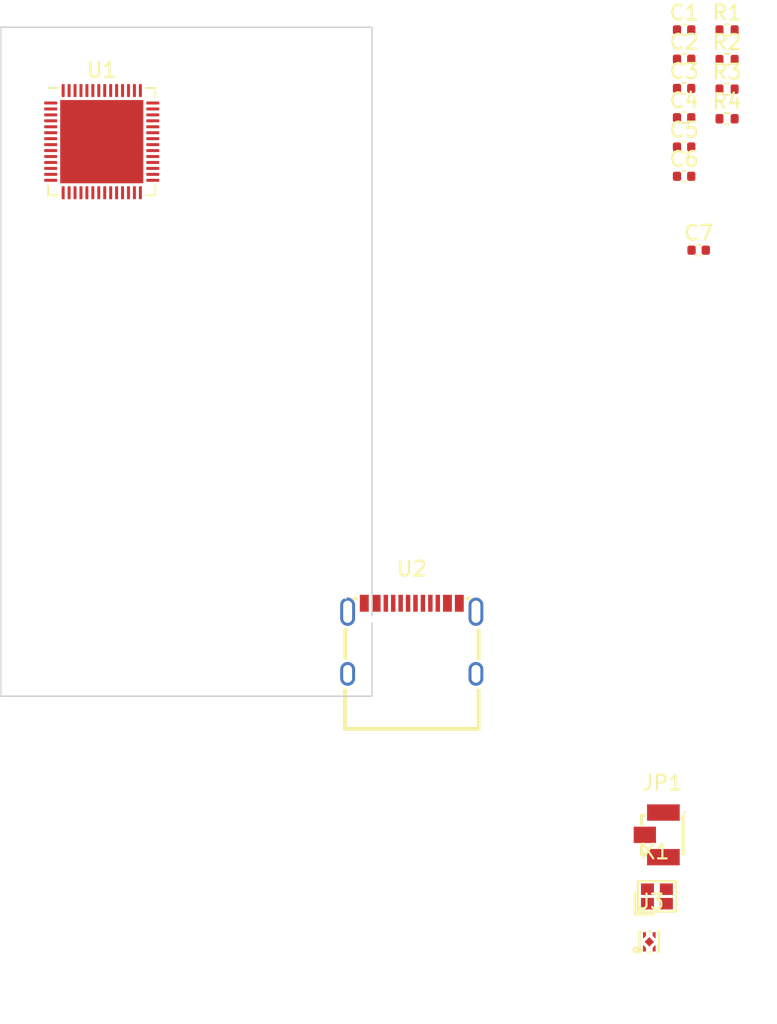
<source format=kicad_pcb>
(kicad_pcb (version 20240108) (generator "pcbnew") (generator_version "8.0")
  (layers (0 "F.Cu" signal) (31 "B.Cu" signal) (34 "B.Paste" user) (35 "F.Paste" user) (36 "B.SilkS" user "B.Silkscreen") (37 "F.SilkS" user "F.Silkscreen") (38 "B.Mask" user) (39 "F.Mask" user) (44 "Edge.Cuts" user))
  (net 0 "")
  (net 1 "GND")
  (net 2 "VDD3P3")
  (net 54 "Net-(U1-VDDA-Pad55)")
  (net 55 "Net-(C1-Pad2)")
  (net 56 "Net-(C2-Pad1)")
  (net 57 "Net-(C3-Pad1)")
  (net 58 "Net-(U1-GND)")
  (net 59 "Net-(U3-OUT)")
  (net 60 "Net-(U3-EN)")
  (net 61 "Net-(C7-Pad1)")
  (net 62 "+3.3V")
  (net 63 "Net-(U2-CC2)")
  (net 64 "Net-(U2-CC1)")
  (net 65 "Net-(JP1-SIN)")
  (footprint "Package_DFN_QFN:QFN-56-1EP_7x7mm_P0.4mm_EP5.6x5.6mm" (layer "F.Cu") (at 75.3025 48.2)
    (property "Reference" "U1" (at 0 -4.82 0) (layer "F.SilkS"))
    (property "Value" "ESP32-S3")
    (fp_line (start -3.61 3.61) (end -3.61 2.96) (stroke (width 0.12)) (layer "F.SilkS"))
    (fp_line (start -2.96 -3.61) (end -3.61 -3.61) (stroke (width 0.12)) (layer "F.SilkS"))
    (fp_line (start -2.96 3.61) (end -3.61 3.61) (stroke (width 0.12)) (layer "F.SilkS"))
    (fp_line (start 2.96 -3.61) (end 3.61 -3.61) (stroke (width 0.12)) (layer "F.SilkS"))
    (fp_line (start 2.96 3.61) (end 3.61 3.61) (stroke (width 0.12)) (layer "F.SilkS"))
    (fp_line (start 3.61 -3.61) (end 3.61 -2.96) (stroke (width 0.12)) (layer "F.SilkS"))
    (fp_line (start 3.61 3.61) (end 3.61 2.96) (stroke (width 0.12)) (layer "F.SilkS"))
    (pad "1" smd roundrect (at -3.4375 -2.6) (size 0.875 0.2) (layers "F.Cu" "F.Paste" "F.Mask") (net 65 "Net-(JP1-SIN)"))
    (pad "2" smd roundrect (at -3.4375 -2.2) (size 0.875 0.2) (layers "F.Cu" "F.Paste" "F.Mask") (net 2 "VDD3P3"))
    (pad "3" smd roundrect (at -3.4375 -1.8) (size 0.875 0.2) (layers "F.Cu" "F.Paste" "F.Mask") (net 2 "VDD3P3"))
    (pad "4" smd roundrect (at -3.4375 -1.4) (size 0.875 0.2) (layers "F.Cu" "F.Paste" "F.Mask"))
    (pad "5" smd roundrect (at -3.4375 -1) (size 0.875 0.2) (layers "F.Cu" "F.Paste" "F.Mask"))
    (pad "6" smd roundrect (at -3.4375 -0.6) (size 0.875 0.2) (layers "F.Cu" "F.Paste" "F.Mask"))
    (pad "7" smd roundrect (at -3.4375 -0.2) (size 0.875 0.2) (layers "F.Cu" "F.Paste" "F.Mask"))
    (pad "8" smd roundrect (at -3.4375 0.2) (size 0.875 0.2) (layers "F.Cu" "F.Paste" "F.Mask"))
    (pad "9" smd roundrect (at -3.4375 0.6) (size 0.875 0.2) (layers "F.Cu" "F.Paste" "F.Mask"))
    (pad "10" smd roundrect (at -3.4375 1) (size 0.875 0.2) (layers "F.Cu" "F.Paste" "F.Mask"))
    (pad "11" smd roundrect (at -3.4375 1.4) (size 0.875 0.2) (layers "F.Cu" "F.Paste" "F.Mask"))
    (pad "12" smd roundrect (at -3.4375 1.8) (size 0.875 0.2) (layers "F.Cu" "F.Paste" "F.Mask"))
    (pad "13" smd roundrect (at -3.4375 2.2) (size 0.875 0.2) (layers "F.Cu" "F.Paste" "F.Mask"))
    (pad "14" smd roundrect (at -3.4375 2.6) (size 0.875 0.2) (layers "F.Cu" "F.Paste" "F.Mask"))
    (pad "15" smd roundrect (at -2.6 3.4375) (size 0.2 0.875) (layers "F.Cu" "F.Paste" "F.Mask"))
    (pad "16" smd roundrect (at -2.2 3.4375) (size 0.2 0.875) (layers "F.Cu" "F.Paste" "F.Mask"))
    (pad "17" smd roundrect (at -1.8 3.4375) (size 0.2 0.875) (layers "F.Cu" "F.Paste" "F.Mask"))
    (pad "18" smd roundrect (at -1.4 3.4375) (size 0.2 0.875) (layers "F.Cu" "F.Paste" "F.Mask"))
    (pad "19" smd roundrect (at -1 3.4375) (size 0.2 0.875) (layers "F.Cu" "F.Paste" "F.Mask"))
    (pad "20" smd roundrect (at -0.6 3.4375) (size 0.2 0.875) (layers "F.Cu" "F.Paste" "F.Mask"))
    (pad "21" smd roundrect (at -0.2 3.4375) (size 0.2 0.875) (layers "F.Cu" "F.Paste" "F.Mask"))
    (pad "22" smd roundrect (at 0.2 3.4375) (size 0.2 0.875) (layers "F.Cu" "F.Paste" "F.Mask"))
    (pad "23" smd roundrect (at 0.6 3.4375) (size 0.2 0.875) (layers "F.Cu" "F.Paste" "F.Mask"))
    (pad "24" smd roundrect (at 1 3.4375) (size 0.2 0.875) (layers "F.Cu" "F.Paste" "F.Mask"))
    (pad "25" smd roundrect (at 1.4 3.4375) (size 0.2 0.875) (layers "F.Cu" "F.Paste" "F.Mask"))
    (pad "26" smd roundrect (at 1.8 3.4375) (size 0.2 0.875) (layers "F.Cu" "F.Paste" "F.Mask"))
    (pad "27" smd roundrect (at 2.2 3.4375) (size 0.2 0.875) (layers "F.Cu" "F.Paste" "F.Mask"))
    (pad "28" smd roundrect (at 2.6 3.4375) (size 0.2 0.875) (layers "F.Cu" "F.Paste" "F.Mask"))
    (pad "29" smd roundrect (at 3.4375 2.6) (size 0.875 0.2) (layers "F.Cu" "F.Paste" "F.Mask"))
    (pad "30" smd roundrect (at 3.4375 2.2) (size 0.875 0.2) (layers "F.Cu" "F.Paste" "F.Mask"))
    (pad "31" smd roundrect (at 3.4375 1.8) (size 0.875 0.2) (layers "F.Cu" "F.Paste" "F.Mask"))
    (pad "32" smd roundrect (at 3.4375 1.4) (size 0.875 0.2) (layers "F.Cu" "F.Paste" "F.Mask"))
    (pad "33" smd roundrect (at 3.4375 1) (size 0.875 0.2) (layers "F.Cu" "F.Paste" "F.Mask"))
    (pad "34" smd roundrect (at 3.4375 0.6) (size 0.875 0.2) (layers "F.Cu" "F.Paste" "F.Mask"))
    (pad "35" smd roundrect (at 3.4375 0.2) (size 0.875 0.2) (layers "F.Cu" "F.Paste" "F.Mask"))
    (pad "36" smd roundrect (at 3.4375 -0.2) (size 0.875 0.2) (layers "F.Cu" "F.Paste" "F.Mask"))
    (pad "37" smd roundrect (at 3.4375 -0.6) (size 0.875 0.2) (layers "F.Cu" "F.Paste" "F.Mask"))
    (pad "38" smd roundrect (at 3.4375 -1) (size 0.875 0.2) (layers "F.Cu" "F.Paste" "F.Mask"))
    (pad "39" smd roundrect (at 3.4375 -1.4) (size 0.875 0.2) (layers "F.Cu" "F.Paste" "F.Mask"))
    (pad "40" smd roundrect (at 3.4375 -1.8) (size 0.875 0.2) (layers "F.Cu" "F.Paste" "F.Mask"))
    (pad "41" smd roundrect (at 3.4375 -2.2) (size 0.875 0.2) (layers "F.Cu" "F.Paste" "F.Mask"))
    (pad "42" smd roundrect (at 3.4375 -2.6) (size 0.875 0.2) (layers "F.Cu" "F.Paste" "F.Mask"))
    (pad "43" smd roundrect (at 2.6 -3.4375) (size 0.2 0.875) (layers "F.Cu" "F.Paste" "F.Mask"))
    (pad "44" smd roundrect (at 2.2 -3.4375) (size 0.2 0.875) (layers "F.Cu" "F.Paste" "F.Mask"))
    (pad "45" smd roundrect (at 1.8 -3.4375) (size 0.2 0.875) (layers "F.Cu" "F.Paste" "F.Mask"))
    (pad "46" smd roundrect (at 1.4 -3.4375) (size 0.2 0.875) (layers "F.Cu" "F.Paste" "F.Mask"))
    (pad "47" smd roundrect (at 1 -3.4375) (size 0.2 0.875) (layers "F.Cu" "F.Paste" "F.Mask"))
    (pad "48" smd roundrect (at 0.6 -3.4375) (size 0.2 0.875) (layers "F.Cu" "F.Paste" "F.Mask"))
    (pad "49" smd roundrect (at 0.2 -3.4375) (size 0.2 0.875) (layers "F.Cu" "F.Paste" "F.Mask"))
    (pad "50" smd roundrect (at -0.2 -3.4375) (size 0.2 0.875) (layers "F.Cu" "F.Paste" "F.Mask"))
    (pad "51" smd roundrect (at -0.6 -3.4375) (size 0.2 0.875) (layers "F.Cu" "F.Paste" "F.Mask"))
    (pad "52" smd roundrect (at -1 -3.4375) (size 0.2 0.875) (layers "F.Cu" "F.Paste" "F.Mask"))
    (pad "53" smd roundrect (at -1.4 -3.4375) (size 0.2 0.875) (layers "F.Cu" "F.Paste" "F.Mask"))
    (pad "54" smd roundrect (at -1.8 -3.4375) (size 0.2 0.875) (layers "F.Cu" "F.Paste" "F.Mask"))
    (pad "55" smd roundrect (at -2.2 -3.4375) (size 0.2 0.875) (layers "F.Cu" "F.Paste" "F.Mask") (net 54 "Net-(U1-VDDA-Pad55)"))
    (pad "56" smd roundrect (at -2.6 -3.4375) (size 0.2 0.875) (layers "F.Cu" "F.Paste" "F.Mask") (net 54 "Net-(U1-VDDA-Pad55)"))
    (pad "57" smd rect (at 0 0) (size 5.6 5.6) (layers "F.Cu" "F.Mask") (net 58 "Net-(U1-GND)"))
  )
  (footprint "Capacitor_SMD:C_0402_1005Metric" (layer "F.Cu") (at 114.52 42.65)
    (property "Reference" "C2" (at 0 -1.16 0) (layer "F.SilkS"))
    (property "Value" "C")
    (fp_line (start -0.107836 -0.36) (end 0.107836 -0.36) (stroke (width 0.12)) (layer "F.SilkS"))
    (fp_line (start -0.107836 0.36) (end 0.107836 0.36) (stroke (width 0.12)) (layer "F.SilkS"))
    (pad "1" smd roundrect (at -0.48 0) (size 0.56 0.62) (layers "F.Cu" "F.Paste" "F.Mask") (net 56 "Net-(C2-Pad1)"))
    (pad "2" smd roundrect (at 0.48 0) (size 0.56 0.62) (layers "F.Cu" "F.Paste" "F.Mask") (net 1 "GND"))
  )
  (footprint "jlc:ANT-SMD_UFL-R-SMT-1-10" (layer "F.Cu") (at 112.49798 94.828895)
    (property "Reference" "JP1" (at 0.55 -3.5 0) (layer "F.SilkS"))
    (property "Value" "U_FL-R-SMT-1(10)")
    (fp_line (start -0.850013 1.300102) (end -0.850013 0.699898) (stroke (width 0.2)) (layer "F.SilkS"))
    (fp_line (start -0.849987 -1.3) (end -0.649987 -1.3) (stroke (width 0.2)) (layer "F.SilkS"))
    (fp_line (start -0.849987 -0.7) (end -0.849987 -1.3) (stroke (width 0.2)) (layer "F.SilkS"))
    (fp_line (start -0.64986 1.300102) (end -0.850013 1.300102) (stroke (width 0.2)) (layer "F.SilkS"))
    (fp_line (start 1.950013 -1.3) (end 1.950013 1.3) (stroke (width 0.2)) (layer "F.SilkS"))
    (fp_circle (center 2.043561 -1.5) (end 2.073533 -1.5) (stroke (width 0.059995)) (fill none) (layer "F.SilkS"))
    (pad "1" smd rect (at 0.624968 -1.5 270) (size 1.1 2.2) (layers "F.Cu" "F.Paste" "F.Mask") (net 1 "GND"))
    (pad "2" smd rect (at -0.624968 -0.001143) (size 1.5 1.1) (layers "F.Cu" "F.Paste" "F.Mask") (net 65 "Net-(JP1-SIN)"))
    (pad "3" smd rect (at 0.624968 1.5 270) (size 1.1 2.2) (layers "F.Cu" "F.Paste" "F.Mask") (net 1 "GND"))
  )
  (footprint "Capacitor_SMD:C_0402_1005Metric" (layer "F.Cu") (at 114.52 48.56)
    (property "Reference" "C5" (at 0 -1.16 0) (layer "F.SilkS"))
    (property "Value" "C")
    (fp_line (start -0.107836 -0.36) (end 0.107836 -0.36) (stroke (width 0.12)) (layer "F.SilkS"))
    (fp_line (start -0.107836 0.36) (end 0.107836 0.36) (stroke (width 0.12)) (layer "F.SilkS"))
    (pad "1" smd roundrect (at -0.48 0) (size 0.56 0.62) (layers "F.Cu" "F.Paste" "F.Mask") (net 59 "Net-(U3-OUT)"))
    (pad "2" smd roundrect (at 0.48 0) (size 0.56 0.62) (layers "F.Cu" "F.Paste" "F.Mask") (net 1 "GND"))
  )
  (footprint "Capacitor_SMD:C_0402_1005Metric" (layer "F.Cu") (at 114.52 50.53)
    (property "Reference" "C6" (at 0 -1.16 0) (layer "F.SilkS"))
    (property "Value" "C")
    (fp_line (start -0.107836 -0.36) (end 0.107836 -0.36) (stroke (width 0.12)) (layer "F.SilkS"))
    (fp_line (start -0.107836 0.36) (end 0.107836 0.36) (stroke (width 0.12)) (layer "F.SilkS"))
    (pad "1" smd roundrect (at -0.48 0) (size 0.56 0.62) (layers "F.Cu" "F.Paste" "F.Mask") (net 60 "Net-(U3-EN)"))
    (pad "2" smd roundrect (at 0.48 0) (size 0.56 0.62) (layers "F.Cu" "F.Paste" "F.Mask") (net 1 "GND"))
  )
  (footprint "Resistor_SMD:R_0402_1005Metric" (layer "F.Cu") (at 117.41 40.69)
    (property "Reference" "R1" (at 0 -1.17 0) (layer "F.SilkS"))
    (property "Value" "10K")
    (fp_line (start -0.153641 -0.38) (end 0.153641 -0.38) (stroke (width 0.12)) (layer "F.SilkS"))
    (fp_line (start -0.153641 0.38) (end 0.153641 0.38) (stroke (width 0.12)) (layer "F.SilkS"))
    (pad "1" smd roundrect (at -0.51 0) (size 0.54 0.64) (layers "F.Cu" "F.Paste" "F.Mask") (net 62 "+3.3V"))
    (pad "2" smd roundrect (at 0.51 0) (size 0.54 0.64) (layers "F.Cu" "F.Paste" "F.Mask") (net 57 "Net-(C3-Pad1)"))
  )
  (footprint "Resistor_SMD:R_0402_1005Metric" (layer "F.Cu") (at 117.41 46.66)
    (property "Reference" "R4" (at 0 -1.17 0) (layer "F.SilkS"))
    (property "Value" "10K")
    (fp_line (start -0.153641 -0.38) (end 0.153641 -0.38) (stroke (width 0.12)) (layer "F.SilkS"))
    (fp_line (start -0.153641 0.38) (end 0.153641 0.38) (stroke (width 0.12)) (layer "F.SilkS"))
    (pad "1" smd roundrect (at -0.51 0) (size 0.54 0.64) (layers "F.Cu" "F.Paste" "F.Mask") (net 62 "+3.3V"))
    (pad "2" smd roundrect (at 0.51 0) (size 0.54 0.64) (layers "F.Cu" "F.Paste" "F.Mask") (net 61 "Net-(C7-Pad1)"))
  )
  (footprint "jlc:USB-C-SMD_GT-USB-7004" (layer "F.Cu") (at 96.179959 81.625044)
    (property "Reference" "U2" (at -0.000102 -4.694107 0) (layer "F.SilkS"))
    (property "Value" "GT-USB-7004N")
    (fp_line (start -4.500102 6.074905) (end -4.500102 3.483465) (stroke (width 0.254001)) (layer "F.SilkS"))
    (fp_line (start -4.473381 1.299263) (end -4.473381 -0.60668) (stroke (width 0.254001)) (layer "F.SilkS"))
    (fp_line (start -3.731242 -2.694107) (end -3.82733 -2.694107) (stroke (width 0.254001)) (layer "F.SilkS"))
    (fp_line (start 3.827127 -2.694107) (end 3.731039 -2.694107) (stroke (width 0.254001)) (layer "F.SilkS"))
    (fp_line (start 4.499898 1.348743) (end 4.499898 -0.546533) (stroke (width 0.254001)) (layer "F.SilkS"))
    (fp_line (start 4.499898 6.074905) (end -4.500102 6.074905) (stroke (width 0.254001)) (layer "F.SilkS"))
    (fp_line (start 4.499898 6.074905) (end 4.499898 3.483465) (stroke (width 0.254001)) (layer "F.SilkS"))
    (fp_circle (center -4.450013 -2.699543) (end -4.420015 -2.699543) (stroke (width 0.059995)) (fill none) (layer "F.SilkS"))
    (pad "" np_thru_hole circle (at -2.890018 -1.305004) (size 0.6 0.6) (drill 0.6) (layers "*.Cu" "*.Mask"))
    (pad "" np_thru_hole circle (at 2.890018 -1.305258) (size 0.6 0.6) (drill 0.6) (layers "*.Cu" "*.Mask"))
    (pad "1" thru_hole oval (at -4.320041 -1.805131) (size 1 1.9) (drill oval 0.6 1.5) (layers "*.Cu" "*.Mask"))
    (pad "2" thru_hole oval (at 4.320041 -1.805131) (size 1 1.9) (drill oval 0.6 1.5) (layers "*.Cu" "*.Mask"))
    (pad "3" thru_hole oval (at 4.320041 2.374956) (size 1 1.6) (drill oval 0.6 1.2) (layers "*.Cu" "*.Mask"))
    (pad "4" thru_hole oval (at -4.320041 2.374956) (size 1 1.6) (drill oval 0.6 1.2) (layers "*.Cu" "*.Mask"))
    (pad "A1B12" smd rect (at -3.200152 -2.375108) (size 0.6 1.140005) (layers "F.Cu" "F.Paste" "F.Mask") (net 1 "GND"))
    (pad "A4B9" smd rect (at -2.400051 -2.375108) (size 0.6 1.140005) (layers "F.Cu" "F.Paste" "F.Mask") (net 64 "Net-(U2-CC1)"))
    (pad "A5" smd rect (at -1.250191 -2.375108) (size 0.3 1.140005) (layers "F.Cu" "F.Paste" "F.Mask") (net 64 "Net-(U2-CC1)"))
    (pad "A6" smd rect (at -0.250191 -2.375108) (size 0.3 1.140005) (layers "F.Cu" "F.Paste" "F.Mask"))
    (pad "A7" smd rect (at 0.249936 -2.375108) (size 0.3 1.140005) (layers "F.Cu" "F.Paste" "F.Mask"))
    (pad "A8" smd rect (at 1.249936 -2.375108) (size 0.3 1.140005) (layers "F.Cu" "F.Paste" "F.Mask"))
    (pad "B1A12" smd rect (at 3.199898 -2.375108) (size 0.6 1.140005) (layers "F.Cu" "F.Paste" "F.Mask") (net 1 "GND"))
    (pad "B4A9" smd rect (at 2.399797 -2.375108) (size 0.6 1.140005) (layers "F.Cu" "F.Paste" "F.Mask") (net 63 "Net-(U2-CC2)"))
    (pad "B5" smd rect (at 1.749809 -2.375108) (size 0.3 1.140005) (layers "F.Cu" "F.Paste" "F.Mask") (net 63 "Net-(U2-CC2)"))
    (pad "B6" smd rect (at 0.749809 -2.375108) (size 0.3 1.140005) (layers "F.Cu" "F.Paste" "F.Mask"))
    (pad "B7" smd rect (at -0.750064 -2.375108) (size 0.3 1.140005) (layers "F.Cu" "F.Paste" "F.Mask"))
    (pad "B8" smd rect (at -1.750064 -2.375108) (size 0.3 1.140005) (layers "F.Cu" "F.Paste" "F.Mask"))
  )
  (footprint "jlc:CRYSTAL-SMD_4P-L2.0-W1.6-BL-A" (layer "F.Cu") (at 112.687655 98.971097)
    (property "Reference" "X1" (at -0.10922 -3.016002 0) (layer "F.SilkS"))
    (property "Value" "TZ1269D")
    (fp_line (start -1.488443 -0.254001) (end -1.488443 1.203962) (stroke (width 0.1524)) (layer "F.SilkS"))
    (fp_line (start -1.488443 1.203962) (end -0.23114 1.203962) (stroke (width 0.1524)) (layer "F.SilkS"))
    (fp_line (start -1.270003 -1.016002) (end 1.270003 -1.016002) (stroke (width 0.1524)) (layer "F.SilkS"))
    (fp_line (start -1.270003 1.016002) (end -1.270003 -1.016002) (stroke (width 0.1524)) (layer "F.SilkS"))
    (fp_line (start -1.270003 1.016002) (end -1.270003 1.016002) (stroke (width 0.1524)) (layer "F.SilkS"))
    (fp_line (start -1.270003 1.016002) (end -1.270003 1.016002) (stroke (width 0.1524)) (layer "F.SilkS"))
    (fp_line (start 1.270003 -1.016002) (end 1.270003 1.016002) (stroke (width 0.1524)) (layer "F.SilkS"))
    (fp_line (start 1.270003 1.016002) (end -1.270003 1.016002) (stroke (width 0.1524)) (layer "F.SilkS"))
    (fp_circle (center -1 0.800102) (end -0.970028 0.800102) (stroke (width 0.059995)) (fill none) (layer "F.SilkS"))
    (pad "1" smd rect (at -0.638049 0.487935) (size 0.875006 0.775006) (layers "F.Cu" "F.Paste" "F.Mask") (net 55 "Net-(C1-Pad2)"))
    (pad "2" smd rect (at 0.638049 0.487935) (size 0.875006 0.775006) (layers "F.Cu" "F.Paste" "F.Mask") (net 1 "GND"))
    (pad "3" smd rect (at 0.638049 -0.487935) (size 0.875006 0.775006) (layers "F.Cu" "F.Paste" "F.Mask") (net 56 "Net-(C2-Pad1)"))
    (pad "4" smd rect (at -0.638049 -0.487935) (size 0.875006 0.775006) (layers "F.Cu" "F.Paste" "F.Mask") (net 1 "GND"))
  )
  (footprint "Capacitor_SMD:C_0402_1005Metric" (layer "F.Cu") (at 114.52 44.62)
    (property "Reference" "C3" (at 0 -1.16 0) (layer "F.SilkS"))
    (property "Value" "1uF")
    (fp_line (start -0.107836 -0.36) (end 0.107836 -0.36) (stroke (width 0.12)) (layer "F.SilkS"))
    (fp_line (start -0.107836 0.36) (end 0.107836 0.36) (stroke (width 0.12)) (layer "F.SilkS"))
    (pad "1" smd roundrect (at -0.48 0) (size 0.56 0.62) (layers "F.Cu" "F.Paste" "F.Mask") (net 57 "Net-(C3-Pad1)"))
    (pad "2" smd roundrect (at 0.48 0) (size 0.56 0.62) (layers "F.Cu" "F.Paste" "F.Mask") (net 1 "GND"))
  )
  (footprint "Capacitor_SMD:C_0402_1005Metric" (layer "F.Cu") (at 114.52 46.59)
    (property "Reference" "C4" (at 0 -1.16 0) (layer "F.SilkS"))
    (property "Value" "C")
    (fp_line (start -0.107836 -0.36) (end 0.107836 -0.36) (stroke (width 0.12)) (layer "F.SilkS"))
    (fp_line (start -0.107836 0.36) (end 0.107836 0.36) (stroke (width 0.12)) (layer "F.SilkS"))
    (pad "1" smd roundrect (at -0.48 0) (size 0.56 0.62) (layers "F.Cu" "F.Paste" "F.Mask") (net 58 "Net-(U1-GND)"))
    (pad "2" smd roundrect (at 0.48 0) (size 0.56 0.62) (layers "F.Cu" "F.Paste" "F.Mask") (net 1 "GND"))
  )
  (footprint "jlc:XDFN-4_L1.0-W1.0-P0.65-BL-EP" (layer "F.Cu") (at 112.174879 102.024765)
    (property "Reference" "U3" (at 0.000127 -2.699873 0) (layer "F.SilkS"))
    (property "Value" "NCP167BMX330TBG")
    (fp_line (start -0.659868 -0.699873) (end -0.659868 0.700127) (stroke (width 0.150013)) (layer "F.SilkS"))
    (fp_line (start -0.659868 -0.699873) (end -0.598197 -0.699873) (stroke (width 0.151994)) (layer "F.SilkS"))
    (fp_line (start -0.659868 0.700127) (end -0.59812 0.700127) (stroke (width 0.151994)) (layer "F.SilkS"))
    (fp_line (start -0.052172 0.700127) (end 0.052172 0.700127) (stroke (width 0.151994)) (layer "F.SilkS"))
    (fp_line (start -0.052096 -0.699873) (end 0.052096 -0.699873) (stroke (width 0.151994)) (layer "F.SilkS"))
    (fp_line (start 0.59812 0.700127) (end 0.660122 0.700127) (stroke (width 0.151994)) (layer "F.SilkS"))
    (fp_line (start 0.598197 -0.699873) (end 0.660122 -0.699873) (stroke (width 0.151994)) (layer "F.SilkS"))
    (fp_line (start 0.660122 -0.699873) (end 0.660122 0.700102) (stroke (width 0.150013)) (layer "F.SilkS"))
    (fp_circle (center -0.899924 0.549911) (end -0.823978 0.549911) (stroke (width 0.151994)) (fill none) (layer "F.SilkS"))
    (fp_circle (center -0.499873 0.500381) (end -0.469901 0.500381) (stroke (width 0.059995)) (fill none) (layer "F.SilkS"))
    (pad "1" smd custom (at -0.325121 0.475235) (size 0.1 0.1) (layers "F.Cu" "F.Paste" "F.Mask") (net 59 "Net-(U3-OUT)") (options (clearance outline) (anchor circle)) (primitives (gr_poly (pts (xy 0.099975 -0.075057) (xy 0.099975 0.174956) (xy -0.100025 0.174956) (xy -0.100025 -0.275057) (xy -0.050038 -0.22507) (xy 0.099975 -0.075057)) (width 0) (fill yes))))
    (pad "2" smd custom (at 0.325121 0.475235) (size 0.1 0.1) (layers "F.Cu" "F.Paste" "F.Mask") (net 1 "GND") (options (clearance outline) (anchor circle)) (primitives (gr_poly (pts (xy 0.100025 0.174956) (xy -0.099975 0.174956) (xy -0.099975 -0.075057) (xy 0.050013 -0.225044) (xy 0.100025 -0.225044)) (width 0) (fill yes))))
    (pad "3" smd custom (at 0.325121 -0.474981) (size 0.1 0.1) (layers "F.Cu" "F.Paste" "F.Mask") (net 60 "Net-(U3-EN)") (options (clearance outline) (anchor circle)) (primitives (gr_poly (pts (xy 0.100025 -0.175184) (xy -0.099975 -0.175184) (xy -0.1 0.074829) (xy 0.050013 0.224816) (xy 0.100025 0.224841)) (width 0) (fill yes))))
    (pad "4" smd custom (at -0.325121 -0.475235) (size 0.1 0.1) (layers "F.Cu" "F.Paste" "F.Mask") (net 60 "Net-(U3-EN)") (options (clearance outline) (anchor circle)) (primitives (gr_poly (pts (xy -0.100025 -0.174956) (xy 0.099975 -0.174956) (xy 0.1 0.075057) (xy -0.050013 0.225044) (xy -0.100025 0.225044)) (width 0) (fill yes))))
    (pad "5" smd rect (at 0 0 45) (size 0.450013 0.450013) (layers "F.Cu" "F.Paste" "F.Mask") (net 1 "GND"))
  )
  (footprint "Capacitor_SMD:C_0402_1005Metric" (layer "F.Cu") (at 114.52 40.68)
    (property "Reference" "C1" (at 0 -1.16 0) (layer "F.SilkS"))
    (property "Value" "C")
    (fp_line (start -0.107836 -0.36) (end 0.107836 -0.36) (stroke (width 0.12)) (layer "F.SilkS"))
    (fp_line (start -0.107836 0.36) (end 0.107836 0.36) (stroke (width 0.12)) (layer "F.SilkS"))
    (pad "1" smd roundrect (at -0.48 0) (size 0.56 0.62) (layers "F.Cu" "F.Paste" "F.Mask") (net 1 "GND"))
    (pad "2" smd roundrect (at 0.48 0) (size 0.56 0.62) (layers "F.Cu" "F.Paste" "F.Mask") (net 55 "Net-(C1-Pad2)"))
  )
  (footprint "Resistor_SMD:R_0402_1005Metric" (layer "F.Cu") (at 117.41 42.68)
    (property "Reference" "R2" (at 0 -1.17 0) (layer "F.SilkS"))
    (property "Value" "5.1K")
    (fp_line (start -0.153641 -0.38) (end 0.153641 -0.38) (stroke (width 0.12)) (layer "F.SilkS"))
    (fp_line (start -0.153641 0.38) (end 0.153641 0.38) (stroke (width 0.12)) (layer "F.SilkS"))
    (pad "1" smd roundrect (at -0.51 0) (size 0.54 0.64) (layers "F.Cu" "F.Paste" "F.Mask") (net 63 "Net-(U2-CC2)"))
    (pad "2" smd roundrect (at 0.51 0) (size 0.54 0.64) (layers "F.Cu" "F.Paste" "F.Mask") (net 1 "GND"))
  )
  (footprint "Capacitor_SMD:C_0402_1005Metric" (layer "F.Cu") (at 115.5 55.5)
    (property "Reference" "C7" (at 0 -1.16 0) (layer "F.SilkS"))
    (property "Value" "1uF")
    (fp_line (start -0.107836 -0.36) (end 0.107836 -0.36) (stroke (width 0.12)) (layer "F.SilkS"))
    (fp_line (start -0.107836 0.36) (end 0.107836 0.36) (stroke (width 0.12)) (layer "F.SilkS"))
    (pad "1" smd roundrect (at -0.48 0) (size 0.56 0.62) (layers "F.Cu" "F.Paste" "F.Mask") (net 61 "Net-(C7-Pad1)"))
    (pad "2" smd roundrect (at 0.48 0) (size 0.56 0.62) (layers "F.Cu" "F.Paste" "F.Mask") (net 1 "GND"))
  )
  (footprint "Resistor_SMD:R_0402_1005Metric" (layer "F.Cu") (at 117.41 44.67)
    (property "Reference" "R3" (at 0 -1.17 0) (layer "F.SilkS"))
    (property "Value" "5.1K")
    (fp_line (start -0.153641 -0.38) (end 0.153641 -0.38) (stroke (width 0.12)) (layer "F.SilkS"))
    (fp_line (start -0.153641 0.38) (end 0.153641 0.38) (stroke (width 0.12)) (layer "F.SilkS"))
    (pad "1" smd roundrect (at -0.51 0) (size 0.54 0.64) (layers "F.Cu" "F.Paste" "F.Mask") (net 64 "Net-(U2-CC1)"))
    (pad "2" smd roundrect (at 0.51 0) (size 0.54 0.64) (layers "F.Cu" "F.Paste" "F.Mask") (net 1 "GND"))
  )
  (gr_rect (start 68.5 40.5) (end 93.5 85.5) (stroke (width 0.1)) (fill none) (layer "Edge.Cuts"))
)
</source>
